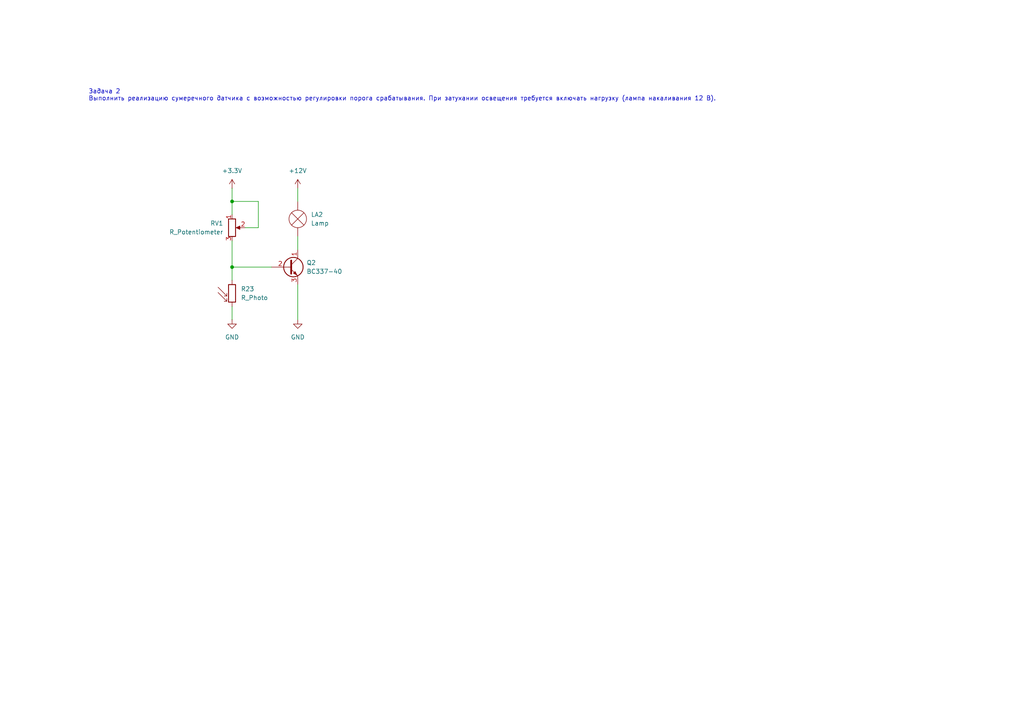
<source format=kicad_sch>
(kicad_sch (version 20231120) (generator "eeschema") (generator_version "8.0")
  (paper "A4")
  (lib_symbols
    (symbol "Device:Lamp" (pin_numbers hide) (pin_names (offset 0.0254) hide)
      (property "Reference" "LA" (at 0.635 3.81 0))
      (property "Value" "Lamp" (at 0.635 -3.81 0))
      (symbol "Lamp_0_1"
        (polyline (pts (xy -1.778 1.778) (xy 1.778 -1.778)))
        (polyline (pts (xy 1.778 1.778) (xy -1.778 -1.778)))
        (circle (center 0 0) (radius 2.54))
      )
      (symbol "Lamp_1_1"
        (pin passive line (at 0 -5.08 90) (length 2.54) (name "-") (number "1"))
        (pin passive line (at 0 5.08 270) (length 2.54) (name "+") (number "2"))
      )
    )
    (symbol "Device:R_Photo" (pin_numbers hide) (pin_names (offset 0))
      (property "Reference" "R" (at 1.27 1.27 0))
      (property "Value" "R_Photo" (at 1.27 0 0))
      (symbol "R_Photo_0_1"
        (rectangle (start -1.016 2.54) (end 1.016 -2.54) (stroke (width 0.254)))
        (polyline (pts (xy -1.524 -2.286) (xy -4.064 0.254)))
        (polyline (pts (xy -1.524 -2.286) (xy -2.286 -2.286)))
        (polyline (pts (xy -1.524 -2.286) (xy -1.524 -1.524)))
        (polyline (pts (xy -1.524 -0.762) (xy -4.064 1.778)))
        (polyline (pts (xy -1.524 -0.762) (xy -2.286 -0.762)))
        (polyline (pts (xy -1.524 -0.762) (xy -1.524 0)))
      )
      (symbol "R_Photo_1_1"
        (pin passive line (at 0 3.81 270) (length 1.27) (name "~") (number "1"))
        (pin passive line (at 0 -3.81 90) (length 1.27) (name "~") (number "2"))
      )
    )
    (symbol "Device:R_Potentiometer" (pin_names (offset 1.016) hide)
      (property "Reference" "RV" (at -4.445 0 90))
      (property "Value" "R_Potentiometer" (at -2.54 0 90))
      (symbol "R_Potentiometer_0_1"
        (polyline (pts (xy 2.54 0) (xy 1.524 0)))
        (polyline (pts (xy 1.143 0) (xy 2.286 0.508) (xy 2.286 -0.508) (xy 1.143 0)) (fill (type outline)))
        (rectangle (start 1.016 2.54) (end -1.016 -2.54) (stroke (width 0.254)))
      )
      (symbol "R_Potentiometer_1_1"
        (pin passive line (at 0 3.81 270) (length 1.27) (name "1") (number "1"))
        (pin passive line (at 3.81 0 180) (length 1.27) (name "2") (number "2"))
        (pin passive line (at 0 -3.81 90) (length 1.27) (name "3") (number "3"))
      )
    )
    (symbol "Transistor_BJT:BC337" (pin_names (offset 0) hide)
      (property "Reference" "Q" (at 5.08 1.905 0))
      (property "Value" "BC337" (at 5.08 0 0))
      (symbol "BC337_0_1"
        (polyline (pts (xy 0 0) (xy 0.635 0)))
        (polyline (pts (xy 0.635 0.635) (xy 2.54 2.54)))
        (polyline (pts (xy 0.635 -0.635) (xy 2.54 -2.54) (xy 2.54 -2.54)))
        (polyline (pts (xy 0.635 1.905) (xy 0.635 -1.905) (xy 0.635 -1.905)) (stroke (width 0.508)))
        (polyline (pts (xy 1.27 -1.778) (xy 1.778 -1.27) (xy 2.286 -2.286) (xy 1.27 -1.778) (xy 1.27 -1.778)) (fill (type outline)))
        (circle (center 1.27 0) (radius 2.8194) (stroke (width 0.254)))
      )
      (symbol "BC337_1_1"
        (pin passive line (at 2.54 5.08 270) (length 2.54) (name "C") (number "1"))
        (pin input line (at -5.08 0 0) (length 5.08) (name "B") (number "2"))
        (pin passive line (at 2.54 -5.08 90) (length 2.54) (name "E") (number "3"))
      )
    )
    (symbol "power:+3.3V" (power) (pin_numbers hide) (pin_names (offset 0) hide)
      (property "Value" "+3.3V" (at 0 3.556 0))
      (symbol "+3.3V_0_1"
        (polyline (pts (xy -0.762 1.27) (xy 0 2.54)))
        (polyline (pts (xy 0 0) (xy 0 2.54)))
        (polyline (pts (xy 0 2.54) (xy 0.762 1.27)))
      )
      (symbol "+3.3V_1_1"
        (pin power_in line (at 0 0 90) (length 0) (name "~") (number "1"))
      )
    )
    (symbol "power:GND" (power) (pin_numbers hide) (pin_names (offset 0) hide)
      (property "Value" "GND" (at 0 -3.81 0))
      (symbol "GND_0_1"
        (polyline (pts (xy 0 0) (xy 0 -1.27) (xy 1.27 -1.27) (xy 0 -2.54) (xy -1.27 -1.27) (xy 0 -1.27)))
      )
      (symbol "GND_1_1"
        (pin power_in line (at 0 0 270) (length 0) (name "~") (number "1"))
      )
    )
  )
  (junction (at 67.31 58.42))
  (junction (at 67.31 77.47))
  (wire (pts (xy 67.31 58.42) (xy 74.93 58.42)))
  (wire (pts (xy 86.36 82.55) (xy 86.36 92.71)))
  (wire (pts (xy 67.31 77.47) (xy 67.31 81.28)))
  (wire (pts (xy 71.12 66.04) (xy 74.93 66.04)))
  (wire (pts (xy 74.93 66.04) (xy 74.93 58.42)))
  (wire (pts (xy 67.31 69.85) (xy 67.31 77.47)))
  (wire (pts (xy 67.31 88.9) (xy 67.31 92.71)))
  (wire (pts (xy 67.31 54.61) (xy 67.31 58.42)))
  (wire (pts (xy 67.31 58.42) (xy 67.31 62.23)))
  (wire (pts (xy 86.36 68.58) (xy 86.36 72.39)))
  (wire (pts (xy 86.36 54.61) (xy 86.36 58.42)))
  (wire (pts (xy 67.31 77.47) (xy 78.74 77.47)))
  (text "Задача 2\nВыполнить реализацию сумеречного датчика с возможностью регулировки порога срабатывания. При затухании освещения требуется включать нагрузку (лампа накаливания 12 В). \n" (at 25.654 25.908 0) (effects (font (size 1.27 1.27)) (justify left top)))
  (symbol (lib_id "power:+3.3V") (at 67.31 54.61 0) (unit 1)
    (property "Reference" "#PWR?" (effects (hide yes)))
    (property "Value" "+3.3V" (at 67.31 49.53 0))
    (property "Description" "Power symbol creates a global label with name \"+3.3V\"" (effects (hide yes)))
  )
  (symbol (lib_id "power:GND") (at 67.31 92.71 0) (unit 1)
    (property "Reference" "#PWR?" (effects (hide yes)))
    (property "Value" "GND" (at 67.31 97.79 0))
    (property "Description" "Power symbol creates a global label with name \"GND\" , ground" (effects (hide yes)))
  )
  (symbol (lib_id "Device:R_Potentiometer") (at 67.31 66.04 0) (unit 1)
    (property "Reference" "RV1" (at 64.77 64.7699 0) (effects (justify right)))
    (property "Value" "R_Potentiometer" (at 64.77 67.3099 0) (effects (justify right)))
    (property "Description" "Potentiometer" (effects (hide yes)))
  )
  (symbol (lib_id "power:GND") (at 86.36 92.71 0) (unit 1)
    (property "Reference" "#PWR?" (effects (hide yes)))
    (property "Value" "GND" (at 86.36 97.79 0))
    (property "Description" "Power symbol creates a global label with name \"GND\" , ground" (effects (hide yes)))
  )
  (symbol (lib_id "Device:R_Photo") (at 67.31 85.09 0) (unit 1)
    (property "Reference" "R23" (at 69.85 83.8199 0) (effects (justify left)))
    (property "Value" "R_Photo" (at 69.85 86.3599 0) (effects (justify left)))
    (property "Description" "Photoresistor" (effects (hide yes)))
  )
  (symbol (lib_id "power:+3.3V") (at 86.36 54.61 0) (unit 1)
    (property "Reference" "#PWR?" (effects (hide yes)))
    (property "Value" "+12V" (at 86.36 49.53 0))
    (property "Description" "Power symbol creates a global label with name \"+3.3V\"" (effects (hide yes)))
  )
  (symbol (lib_id "Transistor_BJT:BC337") (at 83.82 77.47 0) (unit 1)
    (property "Reference" "Q2" (at 88.9 76.1999 0) (effects (justify left)))
    (property "Value" "BC337-40" (at 88.9 78.7399 0) (effects (justify left)))
    (property "Footprint" "Package_TO_SOT_THT:TO-92_Inline" (effects (hide yes)))
    (property "Datasheet" "https://diotec.com/tl_files/diotec/files/pdf/datasheets/bc337.pdf" (effects (hide yes)))
    (property "Description" "0.8A Ic, 45V Vce, NPN Transistor, TO-92" (effects (hide yes)))
  )
  (symbol (lib_id "Device:Lamp") (at 86.36 63.5 0) (unit 1)
    (property "Reference" "LA2" (at 90.17 62.2299 0) (effects (justify left)))
    (property "Value" "Lamp" (at 90.17 64.7699 0) (effects (justify left)))
    (property "Description" "Lamp" (effects (hide yes)))
  )
)
</source>
